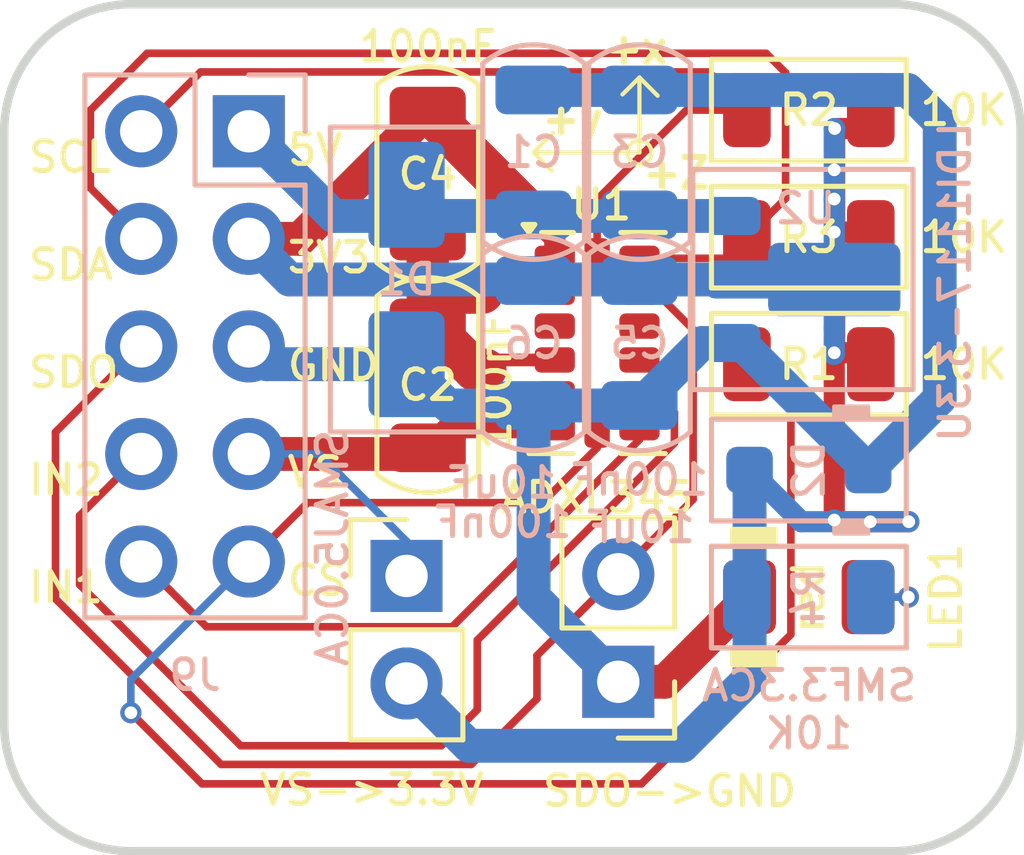
<source format=kicad_pcb>
(kicad_pcb (version 20241229) (generator "pcbnew") (generator_version "9.0")
  (layers (0 "F.Cu" signal) (2 "B.Cu" signal) (13 "F.Paste" user) (15 "B.Paste" user) (5 "F.SilkS" user "F.Silkscreen") (7 "B.SilkS" user "B.Silkscreen") (1 "F.Mask" user) (3 "B.Mask" user) (25 "Edge.Cuts" user))
  (net 0 "")
  (net 1 "+5V")
  (net 2 "GND")
  (net 3 "/VS")
  (net 4 "+3.3V")
  (net 5 "/SDO")
  (net 6 "/INT1")
  (net 7 "/INT2")
  (net 8 "/SDA")
  (net 9 "/SCL")
  (net 10 "/CS")
  (net 11 "Net-(LED1-A)")
  (footprint "PCM_Resistor_SMD_AKL:R_1206_3216Metric" (layer "F.Cu") (at 105 97.5 180)
    (property "Reference" "R3" (at 0 0 0) (layer "F.SilkS") (effects (font (size 0.7 0.7) (thickness 0.12))))
    (property "Value" "10K" (at -3.66 0 0) (layer "F.SilkS") (effects (font (size 0.7 0.7) (thickness 0.12))))
    (fp_line (start 2.3 1.200001) (end 2.3 -1.200001) (stroke (width 0.12)) (layer "F.SilkS"))
    (fp_line (start 2.3 -1.200001) (end -2.3 -1.200001) (stroke (width 0.12)) (layer "F.SilkS"))
    (fp_line (start -2.3 1.200001) (end 2.3 1.200001) (stroke (width 0.12)) (layer "F.SilkS"))
    (fp_line (start -2.3 -1.200001) (end -2.3 1.200001) (stroke (width 0.12)) (layer "F.SilkS"))
    (pad "1" smd roundrect (at -1.4625 0 180) (size 1.125 1.75) (layers "F.Cu" "F.Mask" "F.Paste") (roundrect_rratio 0.222222) (net 4 "+3.3V"))
    (pad "2" smd roundrect (at 1.4625 0 180) (size 1.125 1.75) (layers "F.Cu" "F.Mask" "F.Paste") (roundrect_rratio 0.222222) (net 8 "/SDA"))
  )
  (footprint "PCM_Capacitor_SMD_AKL:C_1206_3216Metric" (layer "F.Cu") (at 96 96 -90)
    (property "Reference" "C4" (at 0.007669 0 180) (layer "F.SilkS") (effects (font (size 0.7 0.7) (thickness 0.12))))
    (property "Value" "100nF" (at -3 0 0) (layer "F.SilkS") (effects (font (size 0.7 0.7) (thickness 0.12))))
    (fp_line (start -2.1 1.2) (end 2.1 1.2) (stroke (width 0.12)) (layer "F.SilkS"))
    (fp_line (start 2.1 -1.2) (end -2.1 -1.2) (stroke (width 0.12)) (layer "F.SilkS"))
    (fp_arc (start -2.1 1.2) (mid -2.526625 0) (end -2.1 -1.2) (stroke (width 0.12)) (layer "F.SilkS"))
    (fp_arc (start 2.1 -1.2) (mid 2.541963 0) (end 2.1 1.2) (stroke (width 0.12)) (layer "F.SilkS"))
    (pad "1" smd roundrect (at -1.475001 0 270) (size 1.15 1.8) (layers "F.Cu" "F.Mask" "F.Paste") (roundrect_rratio 0.217391) (net 4 "+3.3V"))
    (pad "2" smd roundrect (at 1.475001 0 270) (size 1.15 1.8) (layers "F.Cu" "F.Mask" "F.Paste") (roundrect_rratio 0.217391) (net 2 "GND"))
  )
  (footprint "Package_LGA:LGA-14_3x5mm_P0.8mm_LayoutBorder1x6y" (layer "F.Cu") (at 100 100)
    (property "Reference" "U1" (at 0.1 -3.27 0) (layer "F.SilkS") (effects (font (size 0.7 0.7) (thickness 0.12))))
    (property "Value" "ADXL345" (at 0 3.65 0) (layer "F.SilkS") (effects (font (size 0.7 0.7) (thickness 0.12))))
    (fp_line (start -0.56 -2.61) (end -1.31 -2.61) (stroke (width 0.12)) (layer "F.SilkS"))
    (fp_line (start -0.56 2.61) (end -1.61 2.61) (stroke (width 0.12)) (layer "F.SilkS"))
    (fp_line (start 0.56 -2.61) (end 1.61 -2.61) (stroke (width 0.12)) (layer "F.SilkS"))
    (fp_line (start 0.56 2.61) (end 1.61 2.61) (stroke (width 0.12)) (layer "F.SilkS"))
    (fp_poly (pts (xy -1.61 -2.61) (xy -1.75 -2.8) (xy -1.47 -2.8) (xy -1.61 -2.61)) (stroke (width 0.12)) (fill yes) (layer "F.SilkS"))
    (pad "1" smd roundrect (at -1 -2) (size 0.95 0.6) (layers "F.Cu" "F.Mask" "F.Paste") (net 4 "+3.3V"))
    (pad "2" smd roundrect (at -1 -1.2) (size 0.95 0.6) (layers "F.Cu" "F.Mask" "F.Paste") (net 2 "GND"))
    (pad "3" smd roundrect (at -1 -0.4) (size 0.95 0.6) (layers "F.Cu" "F.Mask" "F.Paste"))
    (pad "4" smd roundrect (at -1 0.4) (size 0.95 0.6) (layers "F.Cu" "F.Mask" "F.Paste") (net 2 "GND"))
    (pad "5" smd roundrect (at -1 1.2) (size 0.95 0.6) (layers "F.Cu" "F.Mask" "F.Paste") (net 2 "GND"))
    (pad "6" smd roundrect (at -1 2) (size 0.95 0.6) (layers "F.Cu" "F.Mask" "F.Paste") (net 3 "/VS"))
    (pad "7" smd roundrect (at 0 2) (size 0.6 0.95) (layers "F.Cu" "F.Mask" "F.Paste") (net 10 "/CS"))
    (pad "8" smd roundrect (at 1 2) (size 0.95 0.6) (layers "F.Cu" "F.Mask" "F.Paste") (net 6 "/INT1"))
    (pad "9" smd roundrect (at 1 1.2) (size 0.95 0.6) (layers "F.Cu" "F.Mask" "F.Paste") (net 7 "/INT2"))
    (pad "10" smd roundrect (at 1 0.4) (size 0.95 0.6) (layers "F.Cu" "F.Mask" "F.Paste"))
    (pad "11" smd roundrect (at 1 -0.4) (size 0.95 0.6) (layers "F.Cu" "F.Mask" "F.Paste"))
    (pad "12" smd roundrect (at 1 -1.2) (size 0.95 0.6) (layers "F.Cu" "F.Mask" "F.Paste") (net 5 "/SDO"))
    (pad "13" smd roundrect (at 1 -2) (size 0.95 0.6) (layers "F.Cu" "F.Mask" "F.Paste") (net 8 "/SDA"))
    (pad "14" smd roundrect (at 0 -2) (size 0.6 0.95) (layers "F.Cu" "F.Mask" "F.Paste") (net 9 "/SCL"))
  )
  (footprint "PCM_Resistor_SMD_AKL:R_1206_3216Metric" (layer "F.Cu") (at 105 94.5 180)
    (property "Reference" "R2" (at 0 0 0) (layer "F.SilkS") (effects (font (size 0.7 0.7) (thickness 0.12))))
    (property "Value" "10K" (at -3.66 0 0) (layer "F.SilkS") (effects (font (size 0.7 0.7) (thickness 0.12))))
    (fp_line (start 2.3 1.200001) (end 2.3 -1.200001) (stroke (width 0.12)) (layer "F.SilkS"))
    (fp_line (start 2.3 -1.200001) (end -2.3 -1.200001) (stroke (width 0.12)) (layer "F.SilkS"))
    (fp_line (start -2.3 1.200001) (end 2.3 1.200001) (stroke (width 0.12)) (layer "F.SilkS"))
    (fp_line (start -2.3 -1.200001) (end -2.3 1.200001) (stroke (width 0.12)) (layer "F.SilkS"))
    (pad "1" smd roundrect (at -1.4625 0 180) (size 1.125 1.75) (layers "F.Cu" "F.Mask" "F.Paste") (roundrect_rratio 0.222222) (net 4 "+3.3V"))
    (pad "2" smd roundrect (at 1.4625 0 180) (size 1.125 1.75) (layers "F.Cu" "F.Mask" "F.Paste") (roundrect_rratio 0.222222) (net 9 "/SCL"))
  )
  (footprint "PCM_LED_SMD_AKL:LED_1206_3216Metric" (layer "F.Cu") (at 105 106)
    (property "Reference" "LED1" (at 3.24 0.02 90) (layer "F.SilkS") (effects (font (size 0.7 0.7) (thickness 0.12))))
    (property "Value" "red" (at -0.01 0 90) (layer "F.SilkS") (effects (font (size 0.7 0.7) (thickness 0.12))))
    (fp_poly (pts (xy -2.3 -1.200001) (xy 2.3 -1.200001) (xy 2.3 1.200001) (xy -2.3 1.200001)) (stroke (width 0.12)) (fill no) (layer "F.SilkS"))
    (fp_poly (pts (xy -1.8 -1.6) (xy -0.8 -1.6) (xy -0.8 -1.200001) (xy -1.8 -1.2)) (stroke (width 0.12)) (fill yes) (layer "F.SilkS"))
    (fp_poly (pts (xy -1.8 1.2) (xy -0.8 1.200001) (xy -0.8 1.6) (xy -1.8 1.6)) (stroke (width 0.12)) (fill yes) (layer "F.SilkS"))
    (pad "1" smd roundrect (at -1.399999 0) (size 1.25 1.75) (layers "F.Cu" "F.Mask" "F.Paste") (roundrect_rratio 0.2) (net 2 "GND"))
    (pad "2" smd roundrect (at 1.399999 0) (size 1.25 1.75) (layers "F.Cu" "F.Mask" "F.Paste") (roundrect_rratio 0.2) (net 11 "Net-(LED1-A)"))
  )
  (footprint "Connector_PinHeader_2.54mm:PinHeader_1x02_P2.54mm_Vertical" (layer "F.Cu") (at 100.5 108 180)
    (property "Reference" "J3" (hide yes))
    (property "Value" "Conn_01x02" (hide yes))
    (fp_line (start 1.33 1.270001) (end 1.33 3.87) (stroke (width 0.12)) (layer "F.SilkS"))
    (fp_line (start -1.33 3.87) (end 1.33 3.87) (stroke (width 0.12)) (layer "F.SilkS"))
    (fp_line (start -1.33 1.270001) (end 1.33 1.270001) (stroke (width 0.12)) (layer "F.SilkS"))
    (fp_line (start -1.33 1.270001) (end -1.33 3.87) (stroke (width 0.12)) (layer "F.SilkS"))
    (fp_line (start -1.33 0) (end -1.33 -1.33) (stroke (width 0.12)) (layer "F.SilkS"))
    (fp_line (start -1.33 -1.33) (end 0 -1.33) (stroke (width 0.12)) (layer "F.SilkS"))
    (pad "1" thru_hole rect (at 0 0 180) (size 1.7 1.7) (drill 1) (layers "*.Cu" "*.Mask") (net 2 "GND"))
    (pad "2" thru_hole oval (at 0 2.54 180) (size 1.7 1.7) (drill 1) (layers "*.Cu" "*.Mask") (net 5 "/SDO"))
  )
  (footprint "PCM_Capacitor_SMD_AKL:C_1206_3216Metric" (layer "F.Cu") (at 96 101 90)
    (property "Reference" "C2" (at 0.007669 0 180) (layer "F.SilkS") (effects (font (size 0.7 0.7) (thickness 0.12))))
    (property "Value" "100nF" (at 0.099999 1.6 90) (layer "F.SilkS") (effects (font (size 0.7 0.7) (thickness 0.12))))
    (fp_line (start 2.1 -1.2) (end -2.1 -1.2) (stroke (width 0.12)) (layer "F.SilkS"))
    (fp_line (start -2.1 1.2) (end 2.1 1.2) (stroke (width 0.12)) (layer "F.SilkS"))
    (fp_arc (start 2.1 -1.2) (mid 2.541963 0) (end 2.1 1.2) (stroke (width 0.12)) (layer "F.SilkS"))
    (fp_arc (start -2.1 1.2) (mid -2.526625 0) (end -2.1 -1.2) (stroke (width 0.12)) (layer "F.SilkS"))
    (pad "1" smd roundrect (at -1.475001 0 90) (size 1.15 1.8) (layers "F.Cu" "F.Mask" "F.Paste") (roundrect_rratio 0.217391) (net 3 "/VS"))
    (pad "2" smd roundrect (at 1.475001 0 90) (size 1.15 1.8) (layers "F.Cu" "F.Mask" "F.Paste") (roundrect_rratio 0.217391) (net 2 "GND"))
  )
  (footprint "PCM_Resistor_SMD_AKL:R_1206_3216Metric" (layer "F.Cu") (at 105 100.5 180)
    (property "Reference" "R1" (at 0 0 0) (layer "F.SilkS") (effects (font (size 0.7 0.7) (thickness 0.12))))
    (property "Value" "10K" (at -3.66 0 0) (layer "F.SilkS") (effects (font (size 0.7 0.7) (thickness 0.12))))
    (fp_line (start 2.3 1.200001) (end 2.3 -1.200001) (stroke (width 0.12)) (layer "F.SilkS"))
    (fp_line (start 2.3 -1.200001) (end -2.3 -1.200001) (stroke (width 0.12)) (layer "F.SilkS"))
    (fp_line (start -2.3 1.200001) (end 2.3 1.200001) (stroke (width 0.12)) (layer "F.SilkS"))
    (fp_line (start -2.3 -1.200001) (end -2.3 1.200001) (stroke (width 0.12)) (layer "F.SilkS"))
    (pad "1" smd roundrect (at -1.4625 0 180) (size 1.125 1.75) (layers "F.Cu" "F.Mask" "F.Paste") (roundrect_rratio 0.222222) (net 4 "+3.3V"))
    (pad "2" smd roundrect (at 1.4625 0 180) (size 1.125 1.75) (layers "F.Cu" "F.Mask" "F.Paste") (roundrect_rratio 0.222222) (net 10 "/CS"))
  )
  (footprint "Connector_PinHeader_2.54mm:PinHeader_1x02_P2.54mm_Vertical" (layer "F.Cu") (at 95.5 105.5)
    (property "Reference" "J5" (hide yes))
    (property "Value" "Conn_01x02" (hide yes))
    (fp_line (start -1.33 -1.33) (end 0 -1.33) (stroke (width 0.12)) (layer "F.SilkS"))
    (fp_line (start -1.33 0) (end -1.33 -1.33) (stroke (width 0.12)) (layer "F.SilkS"))
    (fp_line (start -1.33 1.270001) (end -1.33 3.87) (stroke (width 0.12)) (layer "F.SilkS"))
    (fp_line (start -1.33 1.270001) (end 1.33 1.270001) (stroke (width 0.12)) (layer "F.SilkS"))
    (fp_line (start -1.33 3.87) (end 1.33 3.87) (stroke (width 0.12)) (layer "F.SilkS"))
    (fp_line (start 1.33 1.270001) (end 1.33 3.87) (stroke (width 0.12)) (layer "F.SilkS"))
    (pad "1" thru_hole rect (at 0 0) (size 1.7 1.7) (drill 1) (layers "*.Cu" "*.Mask") (net 3 "/VS"))
    (pad "2" thru_hole oval (at 0 2.54) (size 1.7 1.7) (drill 1) (layers "*.Cu" "*.Mask") (net 4 "+3.3V"))
  )
  (footprint "PCM_Capacitor_SMD_AKL:C_1206_3216Metric" (layer "B.Cu") (at 98.5 100 -90)
    (property "Reference" "C6" (at 0.007669 0 0) (layer "B.SilkS") (effects (font (size 0.7 0.7) (thickness 0.12)) (justify mirror)))
    (property "Value" "100nF" (at 4.23 0.73 0) (layer "B.SilkS") (effects (font (size 0.7 0.7) (thickness 0.12)) (justify mirror)))
    (fp_line (start 2.1 1.2) (end -2.1 1.2) (stroke (width 0.12)) (layer "B.SilkS"))
    (fp_line (start -2.1 -1.2) (end 2.1 -1.2) (stroke (width 0.12)) (layer "B.SilkS"))
    (fp_arc (start -2.1 1.2) (mid -2.526625 0) (end -2.1 -1.2) (stroke (width 0.12)) (layer "B.SilkS"))
    (fp_arc (start 2.1 -1.2) (mid 2.541963 0) (end 2.1 1.2) (stroke (width 0.12)) (layer "B.SilkS"))
    (pad "1" smd roundrect (at -1.475001 0 270) (size 1.15 1.8) (layers "B.Cu" "B.Mask" "B.Paste") (roundrect_rratio 0.217391) (net 4 "+3.3V"))
    (pad "2" smd roundrect (at 1.475001 0 270) (size 1.15 1.8) (layers "B.Cu" "B.Mask" "B.Paste") (roundrect_rratio 0.217391) (net 2 "GND"))
  )
  (footprint "PCM_Diode_SMD_AKL:D_SMA_TVS" (layer "B.Cu") (at 95.5 98.5 90)
    (property "Reference" "D1" (at 0 0 0) (layer "B.SilkS") (effects (font (size 0.7 0.7) (thickness 0.12)) (justify mirror)))
    (property "Value" "SMAJ5.0CA" (at -6.335 -1.75 90) (layer "B.SilkS") (effects (font (size 0.7 0.7) (thickness 0.12)) (justify mirror)))
    (fp_line (start 3.6 -1.8) (end 3.6 1.8) (stroke (width 0.12)) (layer "B.SilkS"))
    (fp_line (start -3.6 -1.8) (end 3.6 -1.8) (stroke (width 0.12)) (layer "B.SilkS"))
    (fp_line (start 3.6 1.8) (end -3.6 1.8) (stroke (width 0.12)) (layer "B.SilkS"))
    (fp_line (start -3.6 1.8) (end -3.6 -1.8) (stroke (width 0.12)) (layer "B.SilkS"))
    (pad "1" smd roundrect (at -2.000001 0 90) (size 2.5 1.8) (layers "B.Cu" "B.Mask" "B.Paste") (roundrect_rratio 0.1388888889) (net 2 "GND"))
    (pad "2" smd roundrect (at 2.000001 0 90) (size 2.5 1.8) (layers "B.Cu" "B.Mask" "B.Paste") (roundrect_rratio 0.1388888889) (net 1 "+5V"))
  )
  (footprint "PCM_Package_TO_SOT_SMD_AKL:SOT-89-3" (layer "B.Cu") (at 104.86 98.5)
    (property "Reference" "U2" (at 0.06 -1.68 0) (layer "B.SilkS") (effects (font (size 0.7 0.7) (thickness 0.12)) (justify mirror)))
    (property "Value" "LDI1117-3.3U" (at 3.59 0.06 270) (layer "B.SilkS") (effects (font (size 0.7 0.7) (thickness 0.12)) (justify mirror)))
    (fp_line (start -2.6 -2.6) (end 2.6 -2.6) (stroke (width 0.12)) (layer "B.SilkS"))
    (fp_line (start -2.6 2.6) (end -2.6 -2.6) (stroke (width 0.12)) (layer "B.SilkS"))
    (fp_line (start 2.6 -2.6) (end 2.6 2.6) (stroke (width 0.12)) (layer "B.SilkS"))
    (fp_line (start 2.6 2.6) (end -2.6 2.6) (stroke (width 0.12)) (layer "B.SilkS"))
    (pad "1" smd roundrect (at -1.65 1.5) (size 1.3 0.9) (layers "B.Cu" "B.Mask" "B.Paste") (net 2 "GND"))
    (pad "2" smd roundrect (at -1.45 0) (size 1.7 0.9) (layers "B.Cu" "B.Mask" "B.Paste") (net 4 "+3.3V"))
    (pad "2" smd roundrect (at 0.74 0 270) (size 1.733 3.125) (layers "B.Cu" "B.Mask" "B.Paste") (roundrect_rratio 0.1442585113) (net 4 "+3.3V"))
    (pad "3" smd roundrect (at -1.65 -1.5) (size 1.3 0.9) (layers "B.Cu" "B.Mask" "B.Paste") (net 1 "+5V"))
  )
  (footprint "PCM_Capacitor_SMD_AKL:C_1206_3216Metric" (layer "B.Cu") (at 101 100 -90)
    (property "Reference" "C5" (at 0.007668 0 0) (layer "B.SilkS") (effects (font (size 0.7 0.7) (thickness 0.12)) (justify mirror)))
    (property "Value" "10uF" (at 4.35 -0.02 0) (layer "B.SilkS") (effects (font (size 0.7 0.7) (thickness 0.12)) (justify mirror)))
    (fp_line (start 2.1 1.2) (end -2.1 1.2) (stroke (width 0.12)) (layer "B.SilkS"))
    (fp_line (start -2.1 -1.2) (end 2.1 -1.2) (stroke (width 0.12)) (layer "B.SilkS"))
    (fp_arc (start -2.1 1.2) (mid -2.526625 0) (end -2.1 -1.2) (stroke (width 0.12)) (layer "B.SilkS"))
    (fp_arc (start 2.1 -1.2) (mid 2.541962 0) (end 2.1 1.2) (stroke (width 0.12)) (layer "B.SilkS"))
    (pad "1" smd roundrect (at -1.475001 0 270) (size 1.15 1.8) (layers "B.Cu" "B.Mask" "B.Paste") (roundrect_rratio 0.217391) (net 4 "+3.3V"))
    (pad "2" smd roundrect (at 1.475001 0 270) (size 1.15 1.8) (layers "B.Cu" "B.Mask" "B.Paste") (roundrect_rratio 0.217391) (net 2 "GND"))
  )
  (footprint "PCM_Resistor_SMD_AKL:R_1206_3216Metric" (layer "B.Cu") (at 105 106)
    (property "Reference" "R4" (at 0 0 270) (layer "B.SilkS") (effects (font (size 0.7 0.7) (thickness 0.12)) (justify mirror)))
    (property "Value" "10K" (at 0 3.22 0) (layer "B.SilkS") (effects (font (size 0.7 0.7) (thickness 0.12)) (justify mirror)))
    (fp_line (start -2.3 -1.200001) (end 2.3 -1.200001) (stroke (width 0.12)) (layer "B.SilkS"))
    (fp_line (start -2.3 1.200001) (end -2.3 -1.200001) (stroke (width 0.12)) (layer "B.SilkS"))
    (fp_line (start 2.3 -1.200001) (end 2.3 1.200001) (stroke (width 0.12)) (layer "B.SilkS"))
    (fp_line (start 2.3 1.200001) (end -2.3 1.200001) (stroke (width 0.12)) (layer "B.SilkS"))
    (pad "1" smd roundrect (at -1.4625 0) (size 1.125 1.75) (layers "B.Cu" "B.Mask" "B.Paste") (roundrect_rratio 0.222222) (net 4 "+3.3V"))
    (pad "2" smd roundrect (at 1.4625 0) (size 1.125 1.75) (layers "B.Cu" "B.Mask" "B.Paste") (roundrect_rratio 0.222222) (net 11 "Net-(LED1-A)"))
  )
  (footprint "PCM_Capacitor_SMD_AKL:C_1206_3216Metric" (layer "B.Cu") (at 101 95.5 90)
    (property "Reference" "C3" (at 0.007669 0 0) (layer "B.SilkS") (effects (font (size 0.7 0.7) (thickness 0.12)) (justify mirror)))
    (property "Value" "100nF" (at -7.73 0 0) (layer "B.SilkS") (effects (font (size 0.7 0.7) (thickness 0.12)) (justify mirror)))
    (fp_line (start -2.1 -1.2) (end 2.1 -1.2) (stroke (width 0.12)) (layer "B.SilkS"))
    (fp_line (start 2.1 1.2) (end -2.1 1.2) (stroke (width 0.12)) (layer "B.SilkS"))
    (fp_arc (start 2.1 -1.2) (mid 2.541963 0) (end 2.1 1.2) (stroke (width 0.12)) (layer "B.SilkS"))
    (fp_arc (start -2.1 1.2) (mid -2.526625 0) (end -2.1 -1.2) (stroke (width 0.12)) (layer "B.SilkS"))
    (pad "1" smd roundrect (at -1.475001 0 90) (size 1.15 1.8) (layers "B.Cu" "B.Mask" "B.Paste") (roundrect_rratio 0.217391) (net 1 "+5V"))
    (pad "2" smd roundrect (at 1.475001 0 90) (size 1.15 1.8) (layers "B.Cu" "B.Mask" "B.Paste") (roundrect_rratio 0.217391) (net 2 "GND"))
  )
  (footprint "PCM_Diode_SMD_AKL:D_SOD-123F" (layer "B.Cu") (at 105 103 180)
    (property "Reference" "D2" (at 0 0 270) (layer "B.SilkS") (effects (font (size 0.7 0.7) (thickness 0.12)) (justify mirror)))
    (property "Value" "SMF3.3CA" (at -0.01 -5.09 0) (layer "B.SilkS") (effects (font (size 0.7 0.7) (thickness 0.12)) (justify mirror)))
    (fp_line (start 2.3 1.200001) (end -2.3 1.200001) (stroke (width 0.12)) (layer "B.SilkS"))
    (fp_line (start 2.3 -1.200001) (end 2.3 1.200001) (stroke (width 0.12)) (layer "B.SilkS"))
    (fp_line (start -2.3 1.200001) (end -2.3 -1.200001) (stroke (width 0.12)) (layer "B.SilkS"))
    (fp_line (start -2.3 -1.200001) (end 2.3 -1.200001) (stroke (width 0.12)) (layer "B.SilkS"))
    (fp_poly (pts (xy -0.6 1.2) (xy -1.4 1.200001) (xy -1.4 1.5) (xy -0.6 1.5)) (stroke (width 0.1)) (fill yes) (layer "B.SilkS"))
    (fp_poly (pts (xy -0.6 -1.5) (xy -1.4 -1.5) (xy -1.4 -1.200001) (xy -0.6 -1.2)) (stroke (width 0.1)) (fill yes) (layer "B.SilkS"))
    (pad "1" smd roundrect (at -1.399999 0 180) (size 1.1 1.1) (layers "B.Cu" "B.Mask" "B.Paste") (roundrect_rratio 0.2272727273) (net 2 "GND"))
    (pad "2" smd roundrect (at 1.399999 0 180) (size 1.1 1.1) (layers "B.Cu" "B.Mask" "B.Paste") (roundrect_rratio 0.2272727273) (net 4 "+3.3V"))
  )
  (footprint "PCM_Capacitor_SMD_AKL:C_1206_3216Metric" (layer "B.Cu") (at 98.5 95.5 90)
    (property "Reference" "C1" (at 0.007669 0 0) (layer "B.SilkS") (effects (font (size 0.7 0.7) (thickness 0.12)) (justify mirror)))
    (property "Value" "10uF" (at -7.8 -0.75 0) (layer "B.SilkS") (effects (font (size 0.7 0.7) (thickness 0.12)) (justify mirror)))
    (fp_line (start -2.1 -1.2) (end 2.1 -1.2) (stroke (width 0.12)) (layer "B.SilkS"))
    (fp_line (start 2.1 1.2) (end -2.1 1.2) (stroke (width 0.12)) (layer "B.SilkS"))
    (fp_arc (start 2.1 -1.2) (mid 2.541963 0) (end 2.1 1.2) (stroke (width 0.12)) (layer "B.SilkS"))
    (fp_arc (start -2.1 1.2) (mid -2.526625 0) (end -2.1 -1.2) (stroke (width 0.12)) (layer "B.SilkS"))
    (pad "1" smd roundrect (at -1.475001 0 90) (size 1.15 1.8) (layers "B.Cu" "B.Mask" "B.Paste") (roundrect_rratio 0.217391) (net 1 "+5V"))
    (pad "2" smd roundrect (at 1.475001 0 90) (size 1.15 1.8) (layers "B.Cu" "B.Mask" "B.Paste") (roundrect_rratio 0.217391) (net 2 "GND"))
  )
  (footprint "Connector_PinHeader_2.54mm:PinHeader_2x05_P2.54mm_Vertical" (layer "B.Cu") (at 91.775 95 180)
    (property "Reference" "J9" (at 1.27 -12.84 0) (layer "B.SilkS") (effects (font (size 0.7 0.7) (thickness 0.12)) (justify mirror)))
    (property "Value" "Conn_02x05_Odd_Even" (hide yes))
    (fp_line (start 3.87 1.33) (end 3.87 -11.49) (stroke (width 0.12)) (layer "B.SilkS"))
    (fp_line (start 1.27 1.33) (end 3.87 1.33) (stroke (width 0.12)) (layer "B.SilkS"))
    (fp_line (start 1.27 -1.27) (end 1.27 1.33) (stroke (width 0.12)) (layer "B.SilkS"))
    (fp_line (start -1.33 1.33) (end 0 1.33) (stroke (width 0.12)) (layer "B.SilkS"))
    (fp_line (start -1.33 0) (end -1.33 1.33) (stroke (width 0.12)) (layer "B.SilkS"))
    (fp_line (start -1.33 -1.27) (end 1.27 -1.27) (stroke (width 0.12)) (layer "B.SilkS"))
    (fp_line (start -1.33 -1.27) (end -1.33 -11.49) (stroke (width 0.12)) (layer "B.SilkS"))
    (fp_line (start -1.33 -11.49) (end 3.87 -11.49) (stroke (width 0.12)) (layer "B.SilkS"))
    (pad "1" thru_hole rect (at 0 0 180) (size 1.7 1.7) (drill 1) (layers "*.Cu" "*.Mask") (net 1 "+5V"))
    (pad "2" thru_hole oval (at 2.54 0 180) (size 1.7 1.7) (drill 1) (layers "*.Cu" "*.Mask") (net 9 "/SCL"))
    (pad "3" thru_hole oval (at 0 -2.54 180) (size 1.7 1.7) (drill 1) (layers "*.Cu" "*.Mask") (net 4 "+3.3V"))
    (pad "4" thru_hole oval (at 2.54 -2.54 180) (size 1.7 1.7) (drill 1) (layers "*.Cu" "*.Mask") (net 8 "/SDA"))
    (pad "5" thru_hole oval (at 0 -5.08 180) (size 1.7 1.7) (drill 1) (layers "*.Cu" "*.Mask") (net 2 "GND"))
    (pad "6" thru_hole oval (at 2.54 -5.08 180) (size 1.7 1.7) (drill 1) (layers "*.Cu" "*.Mask") (net 5 "/SDO"))
    (pad "7" thru_hole oval (at 0 -7.62 180) (size 1.7 1.7) (drill 1) (layers "*.Cu" "*.Mask") (net 3 "/VS"))
    (pad "8" thru_hole oval (at 2.54 -7.62 180) (size 1.7 1.7) (drill 1) (layers "*.Cu" "*.Mask") (net 7 "/INT2"))
    (pad "9" thru_hole oval (at 0 -10.16 180) (size 1.7 1.7) (drill 1) (layers "*.Cu" "*.Mask") (net 10 "/CS"))
    (pad "10" thru_hole oval (at 2.54 -10.16 180) (size 1.7 1.7) (drill 1) (layers "*.Cu" "*.Mask") (net 6 "/INT1"))
  )
  (gr_line (start 101 93.73) (end 101.43 94.16) (stroke (width 0.1)) (layer "F.SilkS"))
  (gr_line (start 101 93.73) (end 100.6 94.13) (stroke (width 0.1)) (layer "F.SilkS"))
  (gr_line (start 98.5 95.5) (end 98.93 95.93) (stroke (width 0.1)) (layer "F.SilkS"))
  (gr_line (start 101 95.5) (end 98.5 95.5) (stroke (width 0.1)) (layer "F.SilkS"))
  (gr_circle (center 101 95.5) (end 101.2 95.7) (stroke (width 0.1)) (fill no) (layer "F.SilkS"))
  (gr_line (start 101 95.5) (end 101 93.73) (stroke (width 0.1)) (layer "F.SilkS"))
  (gr_line (start 98.5 95.5) (end 98.96 95.04) (stroke (width 0.1)) (layer "F.SilkS"))
  (gr_line (start 89 92) (end 107 92) (stroke (width 0.2)) (layer "Edge.Cuts"))
  (gr_arc (start 107 92) (mid 109.12132 92.87868) (end 110 95) (stroke (width 0.2)) (layer "Edge.Cuts"))
  (gr_arc (start 89 112) (mid 86.87868 111.12132) (end 86 109) (stroke (width 0.2)) (layer "Edge.Cuts"))
  (gr_arc (start 110 109) (mid 109.12132 111.12132) (end 107 112) (stroke (width 0.2)) (layer "Edge.Cuts"))
  (gr_line (start 110 95) (end 110 109) (stroke (width 0.2)) (layer "Edge.Cuts"))
  (gr_arc (start 86 95) (mid 86.87868 92.87868) (end 89 92) (stroke (width 0.2)) (layer "Edge.Cuts"))
  (gr_line (start 86 109) (end 86 95) (stroke (width 0.2)) (layer "Edge.Cuts"))
  (gr_line (start 107 112) (end 89 112) (stroke (width 0.2)) (layer "Edge.Cuts"))
  (gr_text "VS" (at 92.625 103.47 0) (layer "F.SilkS") (effects (font (size 0.7 0.7) (thickness 0.12) (bold yes)) (justify left bottom)))
  (gr_text "3V3" (at 92.625 98.39 0) (layer "F.SilkS") (effects (font (size 0.7 0.7) (thickness 0.12) (bold yes)) (justify left bottom)))
  (gr_text "SCL" (at 86.51 96.02 0) (layer "F.SilkS") (effects (font (size 0.7 0.7) (thickness 0.12) (bold yes)) (justify left bottom)))
  (gr_text "SDA" (at 86.51 98.56 0) (layer "F.SilkS") (effects (font (size 0.7 0.7) (thickness 0.12) (bold yes)) (justify left bottom)))
  (gr_text "GND\n" (at 92.625 100.93 0) (layer "F.SilkS") (effects (font (size 0.7 0.7) (thickness 0.12) (bold yes)) (justify left bottom)))
  (gr_text "IN1" (at 86.51 106.18 0) (layer "F.SilkS") (effects (font (size 0.7 0.7) (thickness 0.12) (bold yes)) (justify left bottom)))
  (gr_text "SDO" (at 86.51 101.1 0) (layer "F.SilkS") (effects (font (size 0.7 0.7) (thickness 0.12) (bold yes)) (justify left bottom)))
  (gr_text "SDO->GND" (at 98.65 110.99 0) (layer "F.SilkS") (effects (font (size 0.7 0.7) (thickness 0.12) (bold yes)) (justify left bottom)))
  (gr_text "+Z" (at 101 96.400001 0) (layer "F.SilkS") (effects (font (size 0.7 0.7)) (justify left bottom)))
  (gr_text "IN2" (at 86.51 103.64 0) (layer "F.SilkS") (effects (font (size 0.7 0.7) (thickness 0.12) (bold yes)) (justify left bottom)))
  (gr_text "CS" (at 92.625 106.01 0) (layer "F.SilkS") (effects (font (size 0.7 0.7) (thickness 0.12) (bold yes)) (justify left bottom)))
  (gr_text "5V" (at 92.625 95.85 0) (layer "F.SilkS") (effects (font (size 0.7 0.7) (thickness 0.12) (bold yes)) (justify left bottom)))
  (gr_text "+x" (at 100.1 93.449999 0) (layer "F.SilkS") (effects (font (size 0.7 0.7)) (justify left bottom)))
  (gr_text "VS->3.3V" (at 91.97 110.96 0) (layer "F.SilkS") (effects (font (size 0.7 0.7) (thickness 0.12) (bold yes)) (justify left bottom)))
  (gr_text "+y" (at 98.62 95.12 0) (layer "F.SilkS") (effects (font (size 0.7 0.7)) (justify left bottom)))
  (segment (start 93.775 97) (end 91.775 95) (width 0.8) (layer "B.Cu") (net 1))
  (segment (start 103.21 97) (end 93.775 97) (width 0.8) (layer "B.Cu") (net 1))
  (segment (start 96 98.81) (end 97.29 98.81) (width 1) (layer "F.Cu") (net 2))
  (segment (start 97.675001 101.2) (end 97.105001 100.63) (width 0.3) (layer "F.Cu") (net 2))
  (segment (start 97.105001 100.63) (end 97.36 100.63) (width 1) (layer "F.Cu") (net 2))
  (segment (start 96 98.81) (end 96 99.524999) (width 1) (layer "F.Cu") (net 2))
  (segment (start 96 97.475001) (end 96 98.81) (width 1) (layer "F.Cu") (net 2))
  (segment (start 99 98.8) (end 97.3 98.8) (width 0.3) (layer "F.Cu") (net 2))
  (segment (start 96 99.524999) (end 97.105001 100.63) (width 1) (layer "F.Cu") (net 2))
  (segment (start 101.600001 108) (end 103.600001 106) (width 0.8) (layer "F.Cu") (net 2))
  (segment (start 97.335001 100.4) (end 97.105001 100.63) (width 0.3) (layer "F.Cu") (net 2))
  (segment (start 100.5 108) (end 101.600001 108) (width 0.8) (layer "F.Cu") (net 2))
  (segment (start 97.29 98.81) (end 97.3 98.8) (width 1) (layer "F.Cu") (net 2))
  (segment (start 99 100.4) (end 97.335001 100.4) (width 0.3) (layer "F.Cu") (net 2))
  (segment (start 99 101.2) (end 97.675001 101.2) (width 0.3) (layer "F.Cu") (net 2))
  (segment (start 101 101.475001) (end 98.5 101.475001) (width 0.8) (layer "B.Cu") (net 2))
  (segment (start 98.5 101.475001) (end 98.5 106) (width 0.8) (layer "B.Cu") (net 2))
  (segment (start 96.475 101.475001) (end 95.5 100.500001) (width 0.8) (layer "B.Cu") (net 2))
  (segment (start 103.399999 100) (end 106.399999 103) (width 0.8) (layer "B.Cu") (net 2))
  (segment (start 103.21 100) (end 103.399999 100) (width 0.8) (layer "B.Cu") (net 2))
  (segment (start 98.5 106) (end 100.5 108) (width 0.8) (layer "B.Cu") (net 2))
  (segment (start 107.334999 94.024999) (end 108.09 94.78) (width 0.8) (layer "B.Cu") (net 2))
  (segment (start 108.09 94.78) (end 108.09 101.309999) (width 0.8) (layer "B.Cu") (net 2))
  (segment (start 98.5 101.475001) (end 96.475 101.475001) (width 0.8) (layer "B.Cu") (net 2))
  (segment (start 102.475001 100) (end 101 101.475001) (width 0.8) (layer "B.Cu") (net 2))
  (segment (start 95.5 100.500001) (end 92.195001 100.500001) (width 0.8) (layer "B.Cu") (net 2))
  (segment (start 103.21 100) (end 102.475001 100) (width 0.8) (layer "B.Cu") (net 2))
  (segment (start 108.09 101.309999) (end 106.399999 103) (width 0.8) (layer "B.Cu") (net 2))
  (segment (start 101 94.024999) (end 98.5 94.024999) (width 0.8) (layer "B.Cu") (net 2))
  (segment (start 101 94.024999) (end 107.334999 94.024999) (width 0.8) (layer "B.Cu") (net 2))
  (segment (start 92.195001 100.500001) (end 91.775 100.08) (width 0.8) (layer "B.Cu") (net 2))
  (segment (start 95.855001 102.62) (end 96 102.475001) (width 0.8) (layer "F.Cu") (net 3))
  (segment (start 96.475001 102) (end 96 102.475001) (width 0.5) (layer "F.Cu") (net 3))
  (segment (start 99 102) (end 96.475001 102) (width 0.5) (layer "F.Cu") (net 3))
  (segment (start 91.775 102.62) (end 95.855001 102.62) (width 0.8) (layer "F.Cu") (net 3))
  (segment (start 91.775 102.62) (end 93.42 102.62) (width 0.18) (layer "B.Cu") (net 3))
  (segment (start 95.5 104.68) (end 95.5 105.5) (width 0.18) (layer "B.Cu") (net 3))
  (segment (start 93.42 102.62) (end 93.43 102.61) (width 0.18) (layer "B.Cu") (net 3))
  (segment (start 93.43 102.61) (end 95.5 104.68) (width 0.18) (layer "B.Cu") (net 3))
  (segment (start 92.984999 97.54) (end 96 94.524999) (width 0.8) (layer "F.Cu") (net 4))
  (segment (start 96 94.524999) (end 98.3525 96.8775) (width 1) (layer "F.Cu") (net 4))
  (segment (start 105.61 94.935999) (end 106.026501 94.935999) (width 0.5) (layer "F.Cu") (net 4))
  (segment (start 105.6 104.22) (end 106.45 104.22) (width 0.5) (layer "F.Cu") (net 4))
  (segment (start 99 98) (end 99 97.524999) (width 0.5) (layer "F.Cu") (net 4))
  (segment (start 106.3425 97.38) (end 106.4625 97.5) (width 0.5) (layer "F.Cu") (net 4))
  (segment (start 106.1925 100.23) (end 106.4625 100.5) (width 0.5) (layer "F.Cu") (net 4))
  (segment (start 106.026501 94.935999) (end 106.4625 94.5) (width 0.5) (layer "F.Cu") (net 4))
  (segment (start 99 97.524999) (end 98.3525 96.8775) (width 0.5) (layer "F.Cu") (net 4))
  (segment (start 91.775 97.54) (end 92.984999 97.54) (width 0.8) (layer "F.Cu") (net 4))
  (segment (start 105.6 100.23) (end 105.6 104.18) (width 0.5) (layer "F.Cu") (net 4))
  (segment (start 105.61 94.935999) (end 105.61 100.22) (width 0.5) (layer "F.Cu") (net 4))
  (segment (start 106.45 104.22) (end 107.36 104.22) (width 0.5) (layer "F.Cu") (net 4))
  (segment (start 105.6 100.23) (end 106.1925 100.23) (width 0.5) (layer "F.Cu") (net 4))
  (segment (start 105.6 97.38) (end 106.3425 97.38) (width 0.5) (layer "F.Cu") (net 4))
  (segment (start 105.6 104.18) (end 105.6 104.22) (width 0.5) (layer "F.Cu") (net 4))
  (segment (start 105.61 100.22) (end 105.6 100.23) (width 0.5) (layer "F.Cu") (net 4))
  (via (at 105.6 104.18) (size 0.5) (drill 0.3) (layers "F.Cu" "B.Cu") (net 4))
  (via (at 105.6 96.6) (size 0.5) (drill 0.3) (layers "F.Cu" "B.Cu") (net 4))
  (via (at 105.6 100.23) (size 0.5) (drill 0.3) (layers "F.Cu" "B.Cu") (net 4))
  (via (at 105.61 94.935999) (size 0.5) (drill 0.3) (layers "F.Cu" "B.Cu") (net 4))
  (via (at 105.6 95.91) (size 0.5) (drill 0.3) (layers "F.Cu" "B.Cu") (net 4))
  (via (at 106.45 104.22) (size 0.5) (drill 0.3) (layers "F.Cu" "B.Cu") (net 4))
  (via (at 107.36 104.22) (size 0.5) (drill 0.3) (layers "F.Cu" "B.Cu") (net 4))
  (via (at 105.6 97.38) (size 0.5) (drill 0.3) (layers "F.Cu" "B.Cu") (net 4))
  (segment (start 105.6 98.5) (end 105.6 97.38) (width 0.5) (layer "B.Cu") (net 4))
  (segment (start 105.6 100.26) (end 105.59 100.27) (width 0.5) (layer "B.Cu") (net 4))
  (segment (start 105.6 96.6) (end 105.6 95.91) (width 0.5) (layer "B.Cu") (net 4))
  (segment (start 105.6 94.945999) (end 105.61 94.935999) (width 0.5) (layer "B.Cu") (net 4))
  (segment (start 103.600001 107.921999) (end 103.600001 103) (width 0.8) (layer "B.Cu") (net 4))
  (segment (start 95.5 108.04) (end 96.971 109.511) (width 0.8) (layer "B.Cu") (net 4))
  (segment (start 105.6 100.23) (end 105.6 100.26) (width 0.5) (layer "B.Cu") (net 4))
  (segment (start 96.971 109.511) (end 102.011 109.511) (width 0.8) (layer "B.Cu") (net 4))
  (segment (start 105.6 97.38) (end 105.6 96.6) (width 0.5) (layer "B.Cu") (net 4))
  (segment (start 105.6 98.5) (end 105.6 99.65) (width 0.5) (layer "B.Cu") (net 4))
  (segment (start 105.6 99.65) (end 105.6 100.23) (width 0.5) (layer "B.Cu") (net 4))
  (segment (start 102.011 109.511) (end 103.600001 107.921999) (width 0.8) (layer "B.Cu") (net 4))
  (segment (start 92.735 98.5) (end 91.775 97.54) (width 0.8) (layer "B.Cu") (net 4))
  (segment (start 104.820001 104.22) (end 103.600001 103) (width 0.5) (layer "B.Cu") (net 4))
  (segment (start 103.41 98.5) (end 92.735 98.5) (width 0.8) (layer "B.Cu") (net 4))
  (segment (start 105.6 95.91) (end 105.6 94.945999) (width 0.5) (layer "B.Cu") (net 4))
  (segment (start 107.36 104.22) (end 104.820001 104.22) (width 0.5) (layer "B.Cu") (net 4))
  (segment (start 100.5 105.46) (end 98.58 107.38) (width 0.18) (layer "F.Cu") (net 5))
  (segment (start 97.029 109.951) (end 91.121 109.951) (width 0.18) (layer "F.Cu") (net 5))
  (segment (start 101.387678 98.8) (end 102.267 99.679322) (width 0.18) (layer "F.Cu") (net 5))
  (segment (start 87.21 102.105) (end 89.235 100.08) (width 0.18) (layer "F.Cu") (net 5))
  (segment (start 101 98.8) (end 101.387678 98.8) (width 0.18) (layer "F.Cu") (net 5))
  (segment (start 98.58 107.38) (end 98.58 108.4) (width 0.18) (layer "F.Cu") (net 5))
  (segment (start 87.21 106.04) (end 87.21 102.105) (width 0.18) (layer "F.Cu") (net 5))
  (segment (start 91.121 109.951) (end 87.21 106.04) (width 0.18) (layer "F.Cu") (net 5))
  (segment (start 98.58 108.4) (end 97.029 109.951) (width 0.18) (layer "F.Cu") (net 5))
  (segment (start 102.267 103.693) (end 100.5 105.46) (width 0.18) (layer "F.Cu") (net 5))
  (segment (start 102.267 99.679322) (end 102.267 103.693) (width 0.18) (layer "F.Cu") (net 5))
  (segment (start 89.235 105.16) (end 90.776 106.701) (width 0.18) (layer "F.Cu") (net 6))
  (segment (start 101 102.28) (end 101 102) (width 0.18) (layer "F.Cu") (net 6))
  (segment (start 90.776 106.701) (end 96.579 106.701) (width 0.18) (layer "F.Cu") (net 6))
  (segment (start 96.579 106.701) (end 101 102.28) (width 0.18) (layer "F.Cu") (net 6))
  (segment (start 87.78 105.706332) (end 87.78 104.075) (width 0.18) (layer "F.Cu") (net 7))
  (segment (start 101.826 101.638322) (end 101.826 102.361678) (width 0.18) (layer "F.Cu") (net 7))
  (segment (start 97.17 108.66) (end 96.32 109.51) (width 0.18) (layer "F.Cu") (net 7))
  (segment (start 91.583668 109.51) (end 87.78 105.706332) (width 0.18) (layer "F.Cu") (net 7))
  (segment (start 101.387678 101.2) (end 101.826 101.638322) (width 0.18) (layer "F.Cu") (net 7))
  (segment (start 97.17 107.017678) (end 97.17 108.66) (width 0.18) (layer "F.Cu") (net 7))
  (segment (start 96.32 109.51) (end 91.583668 109.51) (width 0.18) (layer "F.Cu") (net 7))
  (segment (start 101 101.2) (end 101.387678 101.2) (width 0.18) (layer "F.Cu") (net 7))
  (segment (start 87.78 104.075) (end 89.235 102.62) (width 0.18) (layer "F.Cu") (net 7))
  (segment (start 101.826 102.361678) (end 97.17 107.017678) (width 0.18) (layer "F.Cu") (net 7))
  (segment (start 88.034 94.502529) (end 88.034 96.339) (width 0.18) (layer "F.Cu") (net 8))
  (segment (start 104.451 93.61913) (end 103.989869 93.157999) (width 0.18) (layer "F.Cu") (net 8))
  (segment (start 103.5375 97.5) (end 104.451 96.5865) (width 0.18) (layer "F.Cu") (net 8))
  (segment (start 88.034 96.339) (end 89.235 97.54) (width 0.18) (layer "F.Cu") (net 8))
  (segment (start 103.0375 98) (end 103.5375 97.5) (width 0.18) (layer "F.Cu") (net 8))
  (segment (start 89.37853 93.157999) (end 88.034 94.502529) (width 0.18) (layer "F.Cu") (net 8))
  (segment (start 103.989869 93.157999) (end 89.37853 93.157999) (width 0.18) (layer "F.Cu") (net 8))
  (segment (start 104.451 96.5865) (end 104.451 93.61913) (width 0.18) (layer "F.Cu") (net 8))
  (segment (start 101 98) (end 103.0375 98) (width 0.18) (layer "F.Cu") (net 8))
  (segment (start 102.636499 93.598999) (end 90.636001 93.598999) (width 0.18) (layer "F.Cu") (net 9))
  (segment (start 103.5375 94.5) (end 102.636499 93.598999) (width 0.18) (layer "F.Cu") (net 9))
  (segment (start 100 96.61) (end 102.11 94.5) (width 0.18) (layer "F.Cu") (net 9))
  (segment (start 102.11 94.5) (end 103.5375 94.5) (width 0.18) (layer "F.Cu") (net 9))
  (segment (start 100 98) (end 100 96.61) (width 0.18) (layer "F.Cu") (net 9))
  (segment (start 90.636001 93.598999) (end 89.235 95) (width 0.18) (layer "F.Cu") (net 9))
  (segment (start 104.576001 106.88087) (end 101.046871 110.41) (width 0.18) (layer "F.Cu") (net 10))
  (segment (start 103.5375 100.5) (end 104.576001 101.538501) (width 0.18) (layer "F.Cu") (net 10))
  (segment (start 101.046871 110.41) (end 90.67 110.41) (width 0.18) (layer "F.Cu") (net 10))
  (segment (start 98.704999 103.77) (end 93.165 103.77) (width 0.18) (layer "F.Cu") (net 10))
  (segment (start 100 102) (end 100 102.474999) (width 0.18) (layer "F.Cu") (net 10))
  (segment (start 93.165 103.77) (end 91.775 105.16) (width 0.18) (layer "F.Cu") (net 10))
  (segment (start 104.576001 101.538501) (end 104.576001 106.88087) (width 0.18) (layer "F.Cu") (net 10))
  (segment (start 90.67 110.41) (end 88.99 108.73) (width 0.18) (layer "F.Cu") (net 10))
  (segment (start 100 102.474999) (end 98.704999 103.77) (width 0.18) (layer "F.Cu") (net 10))
  (via (at 88.99 108.73) (size 0.5) (drill 0.3) (layers "F.Cu" "B.Cu") (net 10))
  (segment (start 88.99 108.73) (end 88.99 107.945) (width 0.18) (layer "B.Cu") (net 10))
  (segment (start 88.99 107.945) (end 91.775 105.16) (width 0.18) (layer "B.Cu") (net 10))
  (segment (start 106.399999 106) (end 107.35 106) (width 0.18) (layer "F.Cu") (net 11))
  (via (at 107.35 106) (size 0.5) (drill 0.3) (layers "F.Cu" "B.Cu") (net 11))
  (segment (start 107.35 106) (end 106.4625 106) (width 0.18) (layer "B.Cu") (net 11))
)
</source>
